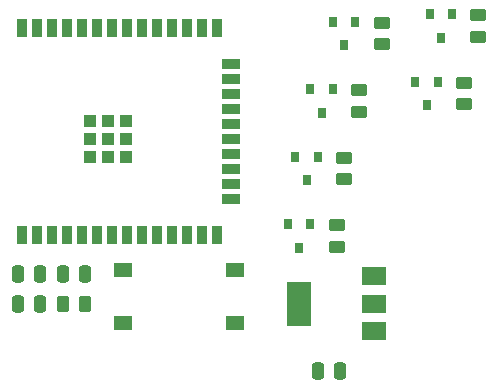
<source format=gbr>
%TF.GenerationSoftware,KiCad,Pcbnew,(6.0.11)*%
%TF.CreationDate,2023-03-20T00:38:49+01:00*%
%TF.ProjectId,prusa-lcd-reader-rounded,70727573-612d-46c6-9364-2d7265616465,rev?*%
%TF.SameCoordinates,Original*%
%TF.FileFunction,Paste,Top*%
%TF.FilePolarity,Positive*%
%FSLAX46Y46*%
G04 Gerber Fmt 4.6, Leading zero omitted, Abs format (unit mm)*
G04 Created by KiCad (PCBNEW (6.0.11)) date 2023-03-20 00:38:49*
%MOMM*%
%LPD*%
G01*
G04 APERTURE LIST*
G04 Aperture macros list*
%AMRoundRect*
0 Rectangle with rounded corners*
0 $1 Rounding radius*
0 $2 $3 $4 $5 $6 $7 $8 $9 X,Y pos of 4 corners*
0 Add a 4 corners polygon primitive as box body*
4,1,4,$2,$3,$4,$5,$6,$7,$8,$9,$2,$3,0*
0 Add four circle primitives for the rounded corners*
1,1,$1+$1,$2,$3*
1,1,$1+$1,$4,$5*
1,1,$1+$1,$6,$7*
1,1,$1+$1,$8,$9*
0 Add four rect primitives between the rounded corners*
20,1,$1+$1,$2,$3,$4,$5,0*
20,1,$1+$1,$4,$5,$6,$7,0*
20,1,$1+$1,$6,$7,$8,$9,0*
20,1,$1+$1,$8,$9,$2,$3,0*%
G04 Aperture macros list end*
%ADD10R,1.050000X1.050000*%
%ADD11R,0.900000X1.500000*%
%ADD12R,1.500000X0.900000*%
%ADD13R,0.800000X0.900000*%
%ADD14R,2.000000X1.500000*%
%ADD15R,2.000000X3.800000*%
%ADD16R,1.550000X1.300000*%
%ADD17RoundRect,0.250000X-0.450000X0.262500X-0.450000X-0.262500X0.450000X-0.262500X0.450000X0.262500X0*%
%ADD18RoundRect,0.250000X-0.262500X-0.450000X0.262500X-0.450000X0.262500X0.450000X-0.262500X0.450000X0*%
%ADD19RoundRect,0.250000X-0.250000X-0.475000X0.250000X-0.475000X0.250000X0.475000X-0.250000X0.475000X0*%
G04 APERTURE END LIST*
D10*
%TO.C,U1*%
X122280000Y-83865000D03*
X120755000Y-83865000D03*
X120755000Y-82340000D03*
X123805000Y-85390000D03*
X122280000Y-85390000D03*
X122280000Y-82340000D03*
X123805000Y-83865000D03*
X123805000Y-82340000D03*
X120755000Y-85390000D03*
D11*
X114940000Y-74435000D03*
X116210000Y-74435000D03*
X117480000Y-74435000D03*
X118750000Y-74435000D03*
X120020000Y-74435000D03*
X121290000Y-74435000D03*
X122560000Y-74435000D03*
X123830000Y-74435000D03*
X125100000Y-74435000D03*
X126370000Y-74435000D03*
X127640000Y-74435000D03*
X128910000Y-74435000D03*
X130180000Y-74435000D03*
X131450000Y-74435000D03*
D12*
X132700000Y-77465000D03*
X132700000Y-78735000D03*
X132700000Y-80005000D03*
X132700000Y-81275000D03*
X132700000Y-82545000D03*
X132700000Y-83815000D03*
X132700000Y-85085000D03*
X132700000Y-86355000D03*
X132700000Y-87625000D03*
X132700000Y-88895000D03*
D11*
X131450000Y-91935000D03*
X130180000Y-91935000D03*
X128910000Y-91935000D03*
X127640000Y-91935000D03*
X126370000Y-91935000D03*
X125100000Y-91935000D03*
X123830000Y-91935000D03*
X122560000Y-91935000D03*
X121290000Y-91935000D03*
X120020000Y-91935000D03*
X118750000Y-91935000D03*
X117480000Y-91935000D03*
X116210000Y-91935000D03*
X114940000Y-91935000D03*
%TD*%
D13*
%TO.C,Q2*%
X140015000Y-85360000D03*
X138115000Y-85360000D03*
X139065000Y-87360000D03*
%TD*%
D14*
%TO.C,U2*%
X144755000Y-100090000D03*
D15*
X138455000Y-97790000D03*
D14*
X144755000Y-97790000D03*
X144755000Y-95490000D03*
%TD*%
D16*
%TO.C,SW1*%
X123520000Y-99405000D03*
X133020000Y-99405000D03*
X123520000Y-94905000D03*
X133020000Y-94905000D03*
%TD*%
D17*
%TO.C,R7*%
X153620000Y-73382500D03*
X153620000Y-75207500D03*
%TD*%
%TO.C,R6*%
X152400000Y-79097500D03*
X152400000Y-80922500D03*
%TD*%
%TO.C,R5*%
X145415000Y-74017500D03*
X145415000Y-75842500D03*
%TD*%
%TO.C,R4*%
X143510000Y-79732500D03*
X143510000Y-81557500D03*
%TD*%
%TO.C,R3*%
X142240000Y-87272500D03*
X142240000Y-85447500D03*
%TD*%
%TO.C,R2*%
X141605000Y-92987500D03*
X141605000Y-91162500D03*
%TD*%
D18*
%TO.C,R1*%
X118467500Y-97790000D03*
X120292500Y-97790000D03*
%TD*%
D13*
%TO.C,Q6*%
X151395000Y-73295000D03*
X149495000Y-73295000D03*
X150445000Y-75295000D03*
%TD*%
%TO.C,Q5*%
X150175000Y-79010000D03*
X148275000Y-79010000D03*
X149225000Y-81010000D03*
%TD*%
%TO.C,Q4*%
X143190000Y-73930000D03*
X141290000Y-73930000D03*
X142240000Y-75930000D03*
%TD*%
%TO.C,Q3*%
X140335000Y-81645000D03*
X139385000Y-79645000D03*
X141285000Y-79645000D03*
%TD*%
%TO.C,Q1*%
X138430000Y-93075000D03*
X137480000Y-91075000D03*
X139380000Y-91075000D03*
%TD*%
D19*
%TO.C,C4*%
X140020000Y-103505000D03*
X141920000Y-103505000D03*
%TD*%
%TO.C,C3*%
X118430000Y-95250000D03*
X120330000Y-95250000D03*
%TD*%
%TO.C,C2*%
X114620000Y-97790000D03*
X116520000Y-97790000D03*
%TD*%
%TO.C,C1*%
X116520000Y-95260000D03*
X114620000Y-95260000D03*
%TD*%
M02*

</source>
